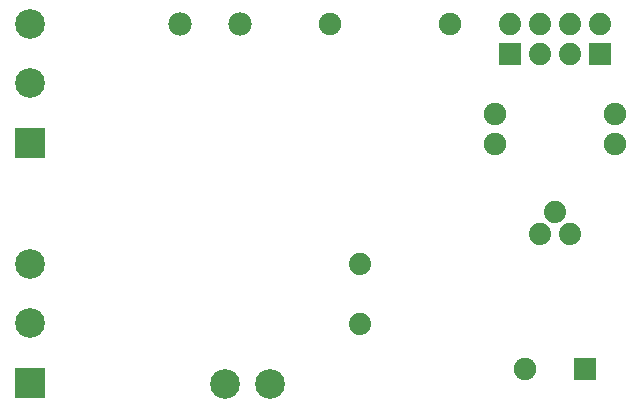
<source format=gtl>
G04 MADE WITH FRITZING*
G04 WWW.FRITZING.ORG*
G04 DOUBLE SIDED*
G04 HOLES PLATED*
G04 CONTOUR ON CENTER OF CONTOUR VECTOR*
%ASAXBY*%
%FSLAX23Y23*%
%MOIN*%
%OFA0B0*%
%SFA1.0B1.0*%
%ADD10C,0.074000*%
%ADD11C,0.099055*%
%ADD12C,0.078000*%
%ADD13C,0.074472*%
%ADD14C,0.075000*%
%ADD15R,0.074472X0.074108*%
%ADD16R,0.099055X0.099055*%
%ADD17R,0.075000X0.075000*%
%LNCOPPER1*%
G90*
G70*
G54D10*
X1947Y684D03*
X1997Y759D03*
X2047Y684D03*
X1947Y684D03*
X1997Y759D03*
X2047Y684D03*
X1347Y584D03*
X1347Y384D03*
X1347Y584D03*
X1347Y384D03*
G54D11*
X1047Y184D03*
X897Y184D03*
G54D12*
X947Y1384D03*
X747Y1384D03*
G54D13*
X2147Y1284D03*
X2147Y1384D03*
X2047Y1284D03*
X2047Y1384D03*
X1946Y1284D03*
X1946Y1384D03*
X1846Y1284D03*
X1846Y1384D03*
X2147Y1284D03*
X2147Y1384D03*
X2047Y1284D03*
X2047Y1384D03*
X1946Y1284D03*
X1946Y1384D03*
X1846Y1284D03*
X1846Y1384D03*
G54D14*
X2197Y984D03*
X1797Y984D03*
X1797Y1084D03*
X2197Y1084D03*
G54D11*
X247Y190D03*
X247Y387D03*
X247Y584D03*
X247Y990D03*
X247Y1187D03*
X247Y1384D03*
G54D14*
X1247Y1384D03*
X1647Y1384D03*
X2097Y234D03*
X1897Y234D03*
G54D15*
X2147Y1284D03*
X2147Y1284D03*
X1846Y1284D03*
G54D16*
X247Y190D03*
X247Y990D03*
G54D17*
X2097Y234D03*
G04 End of Copper1*
M02*
</source>
